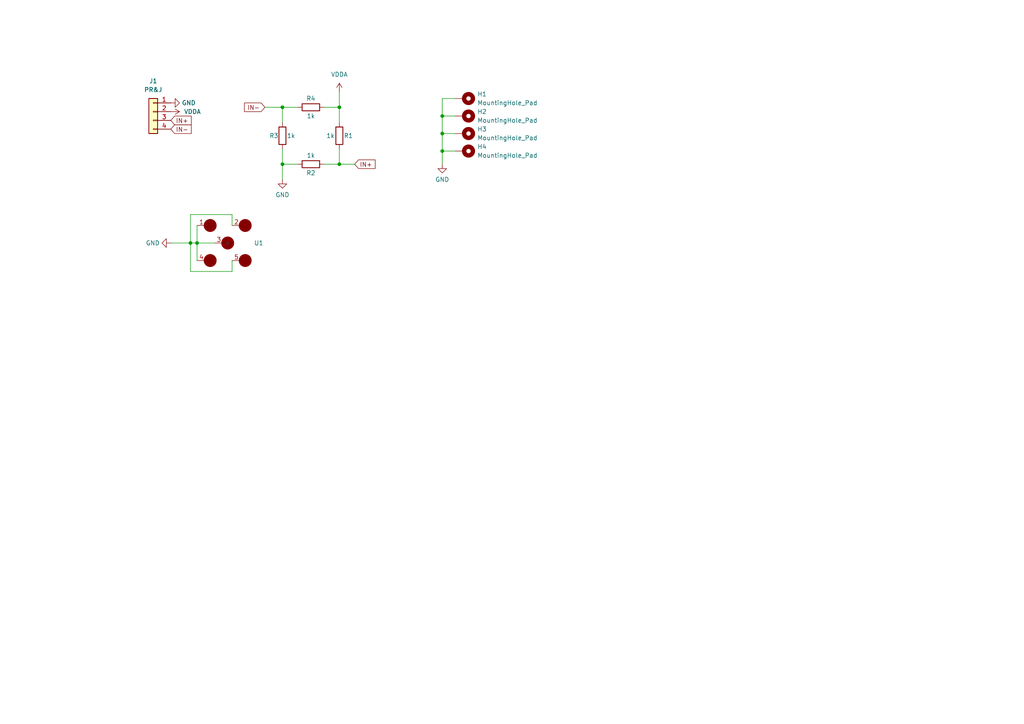
<source format=kicad_sch>
(kicad_sch (version 20230121) (generator eeschema)
  (paper "A4")
  (title_block (title "strain gauge") (date "2023-08-21") (rev "0.1") (company "benjamin rueter") (comment 1 "designed to interface with PR&J controller") (comment 2 "designed for xol toolhead"))
  (lib_symbols
    (symbol "Connector_Generic:Conn_01x04" (pin_names (offset 1.016) hide)
      (property "Reference" "J" (at 0 5.08 0))
      (property "Value" "Conn_01x04" (at 0 -7.62 0))
      (symbol "Conn_01x04_1_1"
        (rectangle (start -1.27 -4.953) (end 0 -5.207) (stroke (width 0.1524)))
        (rectangle (start -1.27 -2.413) (end 0 -2.667) (stroke (width 0.1524)))
        (rectangle (start -1.27 0.127) (end 0 -0.127) (stroke (width 0.1524)))
        (rectangle (start -1.27 2.667) (end 0 2.413) (stroke (width 0.1524)))
        (rectangle (start -1.27 3.81) (end 1.27 -6.35) (stroke (width 0.254)) (fill (type background)))
        (pin passive line (at -5.08 2.54 0) (length 3.81) (name "Pin_1") (number "1"))
        (pin passive line (at -5.08 0 0) (length 3.81) (name "Pin_2") (number "2"))
        (pin passive line (at -5.08 -2.54 0) (length 3.81) (name "Pin_3") (number "3"))
        (pin passive line (at -5.08 -5.08 0) (length 3.81) (name "Pin_4") (number "4"))
      )
    )
    (symbol "Device:R" (pin_numbers hide) (pin_names (offset 0))
      (property "Reference" "R" (at 2.032 0 90))
      (property "Value" "R" (at 0 0 90))
      (symbol "R_0_1"
        (rectangle (start -1.016 -2.54) (end 1.016 2.54) (stroke (width 0.254)))
      )
      (symbol "R_1_1"
        (pin passive line (at 0 3.81 270) (length 1.27) (name "~") (number "1"))
        (pin passive line (at 0 -3.81 90) (length 1.27) (name "~") (number "2"))
      )
    )
    (symbol "Mechanical:MountingHole_Pad" (pin_numbers hide) (pin_names (offset 1.016) hide)
      (property "Reference" "H" (at 0 6.35 0))
      (property "Value" "MountingHole_Pad" (at 0 4.445 0))
      (symbol "MountingHole_Pad_0_1"
        (circle (center 0 1.27) (radius 1.27) (stroke (width 1.27)))
      )
      (symbol "MountingHole_Pad_1_1"
        (pin input line (at 0 -2.54 90) (length 2.54) (name "1") (number "1"))
      )
    )
    (symbol "hotend_mounting_holes_1"
      (property "Reference" "U" (at 0 8.89 0))
      (symbol "hotend_mounting_holes_1_1_1"
        (circle (center -5.08 -5.08) (radius 1.7961) (fill (type outline)))
        (circle (center -5.08 5.08) (radius 1.7961) (fill (type outline)))
        (circle (center 0 0) (radius 1.7961) (fill (type outline)))
        (circle (center 5.08 -5.08) (radius 1.7961) (fill (type outline)))
        (circle (center 5.08 5.08) (radius 1.7961) (fill (type outline)))
        (pin power_in line (at -8.89 5.08 0) (length 2.54) (name "GND") (number "1"))
        (pin power_in line (at 1.27 5.08 0) (length 2.54) (name "GND") (number "2"))
        (pin power_in line (at -3.81 0 0) (length 2.54) (name "GND") (number "3"))
        (pin power_in line (at -8.89 -5.08 0) (length 2.54) (name "GND") (number "4"))
        (pin power_in line (at 1.27 -5.08 0) (length 2.54) (name "GND") (number "5"))
      )
    )
    (symbol "power:GND" (power) (pin_names (offset 0))
      (property "Value" "GND" (at 0 -3.81 0))
      (symbol "GND_0_1"
        (polyline (pts (xy 0 0) (xy 0 -1.27) (xy 1.27 -1.27) (xy 0 -2.54) (xy -1.27 -1.27) (xy 0 -1.27)))
      )
      (symbol "GND_1_1"
        (pin power_in line (at 0 0 270) (length 0) hide (name "GND") (number "1"))
      )
    )
    (symbol "power:VDDA" (power) (pin_names (offset 0))
      (property "Value" "VDDA" (at 0 3.81 0))
      (symbol "VDDA_0_1"
        (polyline (pts (xy -0.762 1.27) (xy 0 2.54)))
        (polyline (pts (xy 0 0) (xy 0 2.54)))
        (polyline (pts (xy 0 2.54) (xy 0.762 1.27)))
      )
      (symbol "VDDA_1_1"
        (pin power_in line (at 0 0 90) (length 0) hide (name "VDDA") (number "1"))
      )
    )
  )
  (junction (at 55.245 70.485))
  (junction (at 98.425 47.625))
  (junction (at 98.425 31.115))
  (junction (at 81.915 47.625))
  (junction (at 57.15 70.485))
  (junction (at 128.27 33.655))
  (junction (at 81.915 31.115))
  (junction (at 128.27 38.735))
  (junction (at 128.27 43.815))
  (wire (pts (xy 55.245 78.74) (xy 67.31 78.74)))
  (wire (pts (xy 128.27 33.655) (xy 128.27 28.575)))
  (wire (pts (xy 67.31 78.74) (xy 67.31 75.565)))
  (wire (pts (xy 98.425 31.115) (xy 98.425 35.56)))
  (wire (pts (xy 55.245 78.74) (xy 55.245 70.485)))
  (wire (pts (xy 81.915 31.115) (xy 86.36 31.115)))
  (wire (pts (xy 98.425 43.18) (xy 98.425 47.625)))
  (wire (pts (xy 128.27 38.735) (xy 132.08 38.735)))
  (wire (pts (xy 55.245 62.23) (xy 67.31 62.23)))
  (wire (pts (xy 128.27 28.575) (xy 132.08 28.575)))
  (wire (pts (xy 128.27 33.655) (xy 132.08 33.655)))
  (wire (pts (xy 93.98 31.115) (xy 98.425 31.115)))
  (wire (pts (xy 98.425 26.67) (xy 98.425 31.115)))
  (wire (pts (xy 128.27 47.625) (xy 128.27 43.815)))
  (wire (pts (xy 81.915 47.625) (xy 81.915 43.18)))
  (wire (pts (xy 49.53 70.485) (xy 55.245 70.485)))
  (wire (pts (xy 86.36 47.625) (xy 81.915 47.625)))
  (wire (pts (xy 98.425 47.625) (xy 93.98 47.625)))
  (wire (pts (xy 57.15 65.405) (xy 57.15 70.485)))
  (wire (pts (xy 128.27 43.815) (xy 132.08 43.815)))
  (wire (pts (xy 81.915 47.625) (xy 81.915 52.07)))
  (wire (pts (xy 128.27 43.815) (xy 128.27 38.735)))
  (wire (pts (xy 98.425 47.625) (xy 102.87 47.625)))
  (wire (pts (xy 81.915 35.56) (xy 81.915 31.115)))
  (wire (pts (xy 76.835 31.115) (xy 81.915 31.115)))
  (wire (pts (xy 128.27 38.735) (xy 128.27 33.655)))
  (wire (pts (xy 57.15 70.485) (xy 62.23 70.485)))
  (wire (pts (xy 57.15 70.485) (xy 57.15 75.565)))
  (wire (pts (xy 67.31 65.405) (xy 67.31 62.23)))
  (wire (pts (xy 55.245 62.23) (xy 55.245 70.485)))
  (wire (pts (xy 55.245 70.485) (xy 57.15 70.485)))
  (global_label "IN-" (shape input) (at 49.53 37.465 0) (property "Intersheetrefs" "${INTERSHEET_REFS}" (effects hide)))
  (global_label "IN-" (shape input) (at 76.835 31.115 180) (property "Intersheetrefs" "${INTERSHEET_REFS}" (effects hide)))
  (global_label "IN+" (shape input) (at 102.87 47.625 0) (property "Intersheetrefs" "${INTERSHEET_REFS}" (effects hide)))
  (global_label "IN+" (shape input) (at 49.53 34.925 0) (property "Intersheetrefs" "${INTERSHEET_REFS}" (effects hide)))
  (symbol (lib_id "power:VDDA") (at 49.53 32.385 270) (mirror x) (unit 1)
    (property "Reference" "#PWR02" (effects hide))
    (property "Value" "VDDA" (at 53.34 32.385 90) (effects (justify left)))
  )
  (symbol (lib_id "Device:R") (at 98.425 39.37 0) (unit 1)
    (property "Reference" "R1" (at 99.695 39.37 0) (effects (justify left)))
    (property "Value" "1k" (at 94.615 39.37 0) (effects (justify left)))
    (property "Footprint" "Resistor_SMD:R_2512_6332Metric" (effects hide))
  )
  (symbol (lib_name "hotend_mounting_holes_1") (lib_id "custom:hotend_mounting_holes") (at 66.04 70.485 0) (unit 1)
    (property "Reference" "U1" (at 73.66 70.485 0) (effects (justify left)))
    (property "Value" "~" (at 66.04 70.485 0))
    (property "Footprint" "custom:hotend mounting holes" (effects hide))
  )
  (symbol (lib_id "Device:R") (at 90.17 47.625 90) (unit 1)
    (property "Reference" "R2" (at 90.17 50.165 90))
    (property "Value" "1k" (at 90.17 45.085 90))
    (property "Footprint" "Resistor_SMD:R_2512_6332Metric" (effects hide))
  )
  (symbol (lib_id "Connector_Generic:Conn_01x04") (at 44.45 32.385 0) (mirror y) (unit 1)
    (property "Reference" "J1" (at 44.45 23.495 0))
    (property "Value" "PR&J" (at 44.45 26.035 0))
    (property "Footprint" "Connector_PinSocket_2.54mm:PinSocket_1x04_P2.54mm_Vertical" (effects hide))
  )
  (symbol (lib_id "Device:R") (at 90.17 31.115 90) (unit 1)
    (property "Reference" "R4" (at 90.17 28.575 90))
    (property "Value" "1k" (at 90.17 33.655 90))
    (property "Footprint" "Resistor_SMD:R_2512_6332Metric" (effects hide))
  )
  (symbol (lib_id "power:GND") (at 49.53 29.845 90) (unit 1)
    (property "Reference" "#PWR01" (effects hide))
    (property "Value" "GND" (at 52.705 29.845 90) (effects (justify right)))
  )
  (symbol (lib_id "Mechanical:MountingHole_Pad") (at 134.62 38.735 270) (unit 1)
    (property "Reference" "H3" (at 138.43 37.465 90) (effects (justify left)))
    (property "Value" "MountingHole_Pad" (at 138.43 40.005 90) (effects (justify left)))
    (property "Footprint" "MountingHole:MountingHole_2.7mm_Pad_Via" (effects hide))
  )
  (symbol (lib_id "Device:R") (at 81.915 39.37 0) (unit 1)
    (property "Reference" "R3" (at 78.105 39.37 0) (effects (justify left)))
    (property "Value" "1k" (at 83.185 39.37 0) (effects (justify left)))
    (property "Footprint" "Resistor_SMD:R_2512_6332Metric" (effects hide))
  )
  (symbol (lib_id "power:GND") (at 49.53 70.485 270) (mirror x) (unit 1)
    (property "Reference" "#PWR05" (effects hide))
    (property "Value" "GND" (at 46.355 70.485 90) (effects (justify right)))
  )
  (symbol (lib_id "power:GND") (at 128.27 47.625 0) (unit 1)
    (property "Reference" "#PWR06" (effects hide))
    (property "Value" "GND" (at 128.27 52.07 0))
  )
  (symbol (lib_id "Mechanical:MountingHole_Pad") (at 134.62 33.655 270) (unit 1)
    (property "Reference" "H2" (at 138.43 32.385 90) (effects (justify left)))
    (property "Value" "MountingHole_Pad" (at 138.43 34.925 90) (effects (justify left)))
    (property "Footprint" "MountingHole:MountingHole_2.7mm_Pad_Via" (effects hide))
  )
  (symbol (lib_id "Mechanical:MountingHole_Pad") (at 134.62 28.575 270) (unit 1)
    (property "Reference" "H1" (at 138.43 27.305 90) (effects (justify left)))
    (property "Value" "MountingHole_Pad" (at 138.43 29.845 90) (effects (justify left)))
    (property "Footprint" "MountingHole:MountingHole_2.7mm_Pad_Via" (effects hide))
  )
  (symbol (lib_id "power:VDDA") (at 98.425 26.67 0) (mirror y) (unit 1)
    (property "Reference" "#PWR04" (effects hide))
    (property "Value" "VDDA" (at 98.425 21.59 0))
  )
  (symbol (lib_id "power:GND") (at 81.915 52.07 0) (unit 1)
    (property "Reference" "#PWR03" (effects hide))
    (property "Value" "GND" (at 81.915 56.515 0))
  )
  (symbol (lib_id "Mechanical:MountingHole_Pad") (at 134.62 43.815 270) (unit 1)
    (property "Reference" "H4" (at 138.43 42.545 90) (effects (justify left)))
    (property "Value" "MountingHole_Pad" (at 138.43 45.085 90) (effects (justify left)))
    (property "Footprint" "MountingHole:MountingHole_2.7mm_Pad_Via" (effects hide))
  )
)
</source>
